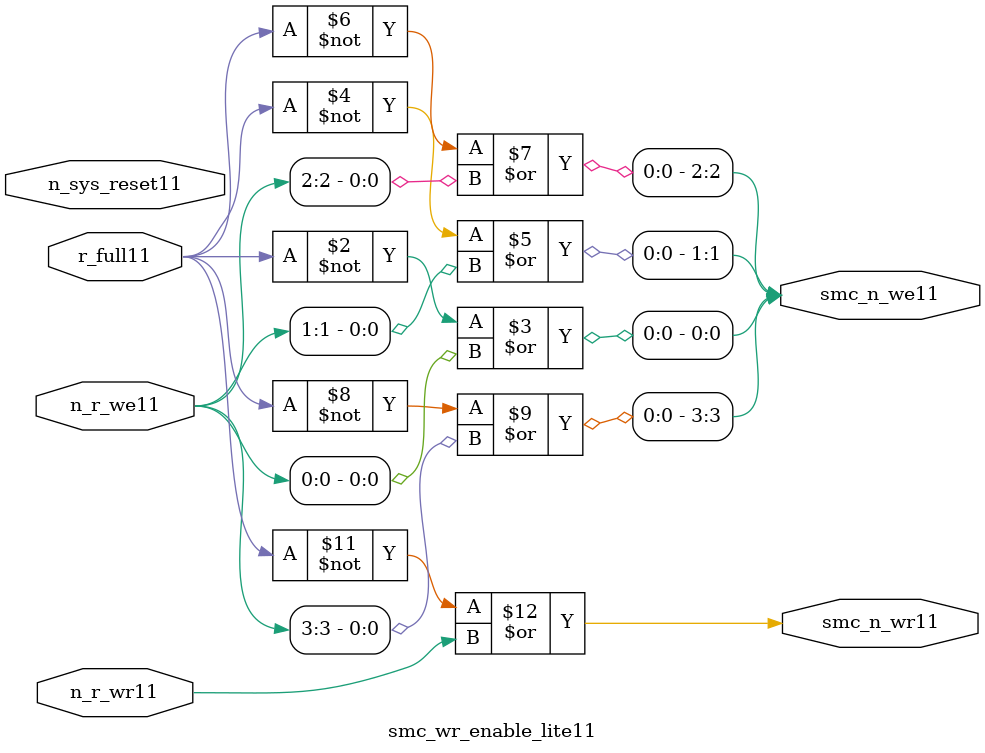
<source format=v>


  module smc_wr_enable_lite11 (

                      //inputs11                      

                      n_sys_reset11,
                      r_full11,
                      n_r_we11,
                      n_r_wr11,

                      //outputs11

                      smc_n_we11,
                      smc_n_wr11);

//I11/O11
   
   input             n_sys_reset11;   //system reset
   input             r_full11;    // Full cycle write strobe11
   input [3:0]       n_r_we11;    //write enable from smc_strobe11
   input             n_r_wr11;    //write strobe11 from smc_strobe11
   output [3:0]      smc_n_we11;  // write enable (active low11)
   output            smc_n_wr11;  // write strobe11 (active low11)
   
   
//output reg declaration11.
   
   reg [3:0]          smc_n_we11;
   reg                smc_n_wr11;

//----------------------------------------------------------------------
// negedge strobes11 with clock11.
//----------------------------------------------------------------------
      

//----------------------------------------------------------------------
      
//--------------------------------------------------------------------
// Gate11 Write strobes11 with clock11.
//--------------------------------------------------------------------

  always @(r_full11 or n_r_we11)
  
  begin
  
     smc_n_we11[0] = ((~r_full11  ) | n_r_we11[0] );

     smc_n_we11[1] = ((~r_full11  ) | n_r_we11[1] );

     smc_n_we11[2] = ((~r_full11  ) | n_r_we11[2] );

     smc_n_we11[3] = ((~r_full11  ) | n_r_we11[3] );

  
  end

//--------------------------------------------------------------------   
//write strobe11 generation11
//--------------------------------------------------------------------   

  always @(n_r_wr11 or r_full11 )
  
     begin
  
        smc_n_wr11 = ((~r_full11 ) | n_r_wr11 );
       
     end

endmodule // smc_wr_enable11


</source>
